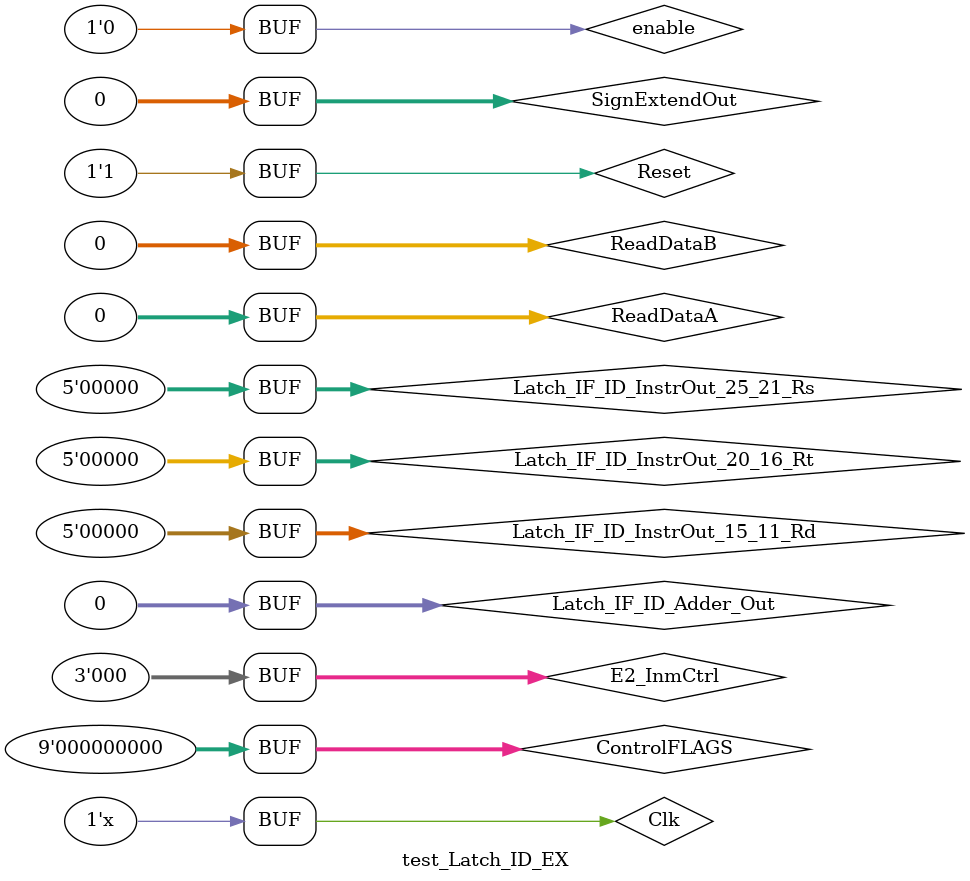
<source format=v>
`timescale 1ns / 1ps
module test_Latch_ID_EX;

	// Inputs
    reg Clk;
    reg Reset;
    reg [31:0] Latch_IF_ID_Adder_Out; 
    reg [8:0] ControlFLAGS;
    reg [31:0] ReadDataA; 
    reg [31:0] ReadDataB; 
    reg [31:0] SignExtendOut; 
    reg [4:0] Latch_IF_ID_InstrOut_25_21_Rs;
    reg [4:0] Latch_IF_ID_InstrOut_20_16_Rt;
    reg [4:0] Latch_IF_ID_InstrOut_15_11_Rd; 
    reg [2:0] E2_InmCtrl;
    reg enable;
	// Outputs
    wire [1:0] WriteBack_FLAGS; 
    wire [2:0] Mem_FLAGS; 
    wire [3:0] Ex_FLAGS;
    wire [31:0] Latch_ID_Ex_Adder_Out;
    wire [31:0] Latch_ID_Ex_ReadDataA;
    wire [31:0] Latch_ID_Ex_ReadDataB;
    wire [31:0] Latch_ID_Ex_SignExtendOut; 
    wire [4:0] Latch_ID_Ex_InstrOut_25_21_Rs;
    wire [4:0] Latch_ID_Ex_InstrOut_20_16_Rt;
    wire [4:0] Latch_ID_Ex_InstrOut_15_11_Rd;
    wire [2:0] Latch_ID_Ex_InmCtrl;

	// Instantiate the Unit Under Test (UUT)
	Latch_ID_EX uut (
		.Clk(Clk), 
		.Reset(Reset),
		.Latch_IF_ID_Adder_Out(Latch_IF_ID_Adder_Out), 
        .ControlFLAGS(ControlFLAGS),
        .ReadDataA(ReadDataA), 
        .ReadDataB(ReadDataB), 
        .SignExtendOut(SignExtendOut), 
        .Latch_IF_ID_InstrOut_25_21_Rs(Latch_IF_ID_InstrOut_25_21_Rs),
        .Latch_IF_ID_InstrOut_20_16_Rt(Latch_IF_ID_InstrOut_20_16_Rt),
        .Latch_IF_ID_InstrOut_15_11_Rd(Latch_IF_ID_InstrOut_15_11_Rd), 
        .E2_InmCtrl(E2_InmCtrl),
        .enable(enable),
        .WriteBack_FLAGS(WriteBack_FLAGS), 
        .Mem_FLAGS(Mem_FLAGS), 
        .Ex_FLAGS(Ex_FLAGS),
        .Latch_ID_Ex_Adder_Out(Latch_ID_Ex_Adder_Out),
        .Latch_ID_Ex_ReadDataA(Latch_ID_Ex_ReadDataA),
        .Latch_ID_Ex_ReadDataB(Latch_ID_Ex_ReadDataB),
        .Latch_ID_Ex_SignExtendOut(Latch_ID_Ex_SignExtendOut), 
        .Latch_ID_Ex_InstrOut_25_21_Rs(Latch_ID_Ex_InstrOut_25_21_Rs),
        .Latch_ID_Ex_InstrOut_20_16_Rt(Latch_ID_Ex_InstrOut_20_16_Rt),
        .Latch_ID_Ex_InstrOut_15_11_Rd(Latch_ID_Ex_InstrOut_15_11_Rd),
        .Latch_ID_Ex_InmCtrl(Latch_ID_Ex_InmCtrl)
		
	);

   
	initial begin
		// Initialize Inputs
		Clk = 1;
		Reset=1;
		// add r1 r2 r3
		Latch_IF_ID_Adder_Out=32'h00000000; 
        ControlFLAGS=9'b000000000;
        ReadDataA=32'h00000000; 
        ReadDataB=32'h00000000; 
        SignExtendOut=32'h00000000; 
        Latch_IF_ID_InstrOut_25_21_Rs=5'b00000;
        Latch_IF_ID_InstrOut_20_16_Rt=5'b00000;
        Latch_IF_ID_InstrOut_15_11_Rd=5'b00000; 
        E2_InmCtrl=3'b000;
        enable=0;
		
	end
	
   always begin //clock de la placa 50Mhz
		#10 Clk=~Clk;
	end      
   
endmodule

</source>
